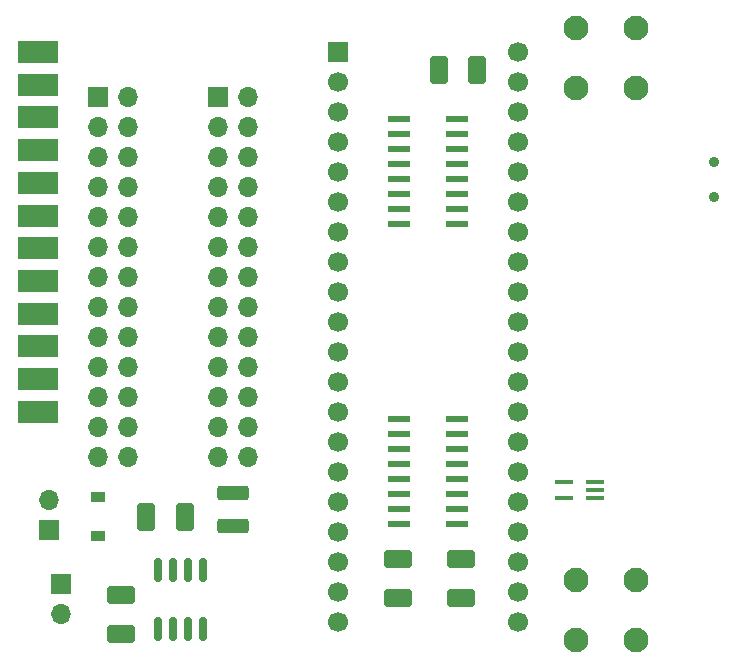
<source format=gbs>
%TF.GenerationSoftware,KiCad,Pcbnew,(6.0.4-0)*%
%TF.CreationDate,2022-11-20T14:03:23-07:00*%
%TF.ProjectId,bluescsi_iigs_internal,626c7565-7363-4736-995f-696967735f69,rev?*%
%TF.SameCoordinates,Original*%
%TF.FileFunction,Soldermask,Bot*%
%TF.FilePolarity,Negative*%
%FSLAX46Y46*%
G04 Gerber Fmt 4.6, Leading zero omitted, Abs format (unit mm)*
G04 Created by KiCad (PCBNEW (6.0.4-0)) date 2022-11-20 14:03:23*
%MOMM*%
%LPD*%
G01*
G04 APERTURE LIST*
G04 Aperture macros list*
%AMRoundRect*
0 Rectangle with rounded corners*
0 $1 Rounding radius*
0 $2 $3 $4 $5 $6 $7 $8 $9 X,Y pos of 4 corners*
0 Add a 4 corners polygon primitive as box body*
4,1,4,$2,$3,$4,$5,$6,$7,$8,$9,$2,$3,0*
0 Add four circle primitives for the rounded corners*
1,1,$1+$1,$2,$3*
1,1,$1+$1,$4,$5*
1,1,$1+$1,$6,$7*
1,1,$1+$1,$8,$9*
0 Add four rect primitives between the rounded corners*
20,1,$1+$1,$2,$3,$4,$5,0*
20,1,$1+$1,$4,$5,$6,$7,0*
20,1,$1+$1,$6,$7,$8,$9,0*
20,1,$1+$1,$8,$9,$2,$3,0*%
G04 Aperture macros list end*
%ADD10RoundRect,0.150000X0.150000X-0.825000X0.150000X0.825000X-0.150000X0.825000X-0.150000X-0.825000X0*%
%ADD11R,1.200000X0.900000*%
%ADD12RoundRect,0.250001X-0.924999X0.499999X-0.924999X-0.499999X0.924999X-0.499999X0.924999X0.499999X0*%
%ADD13R,1.700000X1.700000*%
%ADD14C,1.700000*%
%ADD15C,0.900000*%
%ADD16O,1.700000X1.700000*%
%ADD17C,2.100000*%
%ADD18R,3.480000X1.846667*%
%ADD19RoundRect,0.250000X-0.500000X-0.925000X0.500000X-0.925000X0.500000X0.925000X-0.500000X0.925000X0*%
%ADD20R,1.970000X0.600000*%
%ADD21RoundRect,0.250000X-0.925000X0.500000X-0.925000X-0.500000X0.925000X-0.500000X0.925000X0.500000X0*%
%ADD22RoundRect,0.250000X1.075000X-0.375000X1.075000X0.375000X-1.075000X0.375000X-1.075000X-0.375000X0*%
%ADD23R,1.500000X0.400000*%
G04 APERTURE END LIST*
D10*
%TO.C,U4*%
X140970000Y-99630000D03*
X139700000Y-99630000D03*
X138430000Y-99630000D03*
X137160000Y-99630000D03*
X137160000Y-94680000D03*
X138430000Y-94680000D03*
X139700000Y-94680000D03*
X140970000Y-94680000D03*
%TD*%
D11*
%TO.C,D3*%
X132080000Y-91820000D03*
X132080000Y-88520000D03*
%TD*%
D12*
%TO.C,C5*%
X133985000Y-96800000D03*
X133985000Y-100050000D03*
%TD*%
D13*
%TO.C,U1*%
X152400000Y-50800000D03*
D14*
X152400000Y-53340000D03*
X152400000Y-55880000D03*
X152400000Y-58420000D03*
X152400000Y-60960000D03*
X152400000Y-63500000D03*
X152400000Y-66040000D03*
X152400000Y-68580000D03*
X152400000Y-71120000D03*
X152400000Y-73660000D03*
X152400000Y-76200000D03*
X152400000Y-78740000D03*
X152400000Y-81280000D03*
X152400000Y-83820000D03*
X152400000Y-86360000D03*
X152400000Y-88900000D03*
X152400000Y-91440000D03*
X152400000Y-93980000D03*
X152400000Y-96520000D03*
X152400000Y-99060000D03*
X167640000Y-99060000D03*
X167640000Y-96520000D03*
X167640000Y-93980000D03*
X167640000Y-91440000D03*
X167640000Y-88900000D03*
X167640000Y-86360000D03*
X167640000Y-83820000D03*
X167640000Y-81280000D03*
X167640000Y-78740000D03*
X167640000Y-76200000D03*
X167640000Y-73660000D03*
X167640000Y-71120000D03*
X167640000Y-68580000D03*
X167640000Y-66040000D03*
X167640000Y-63500000D03*
X167640000Y-60960000D03*
X167640000Y-58420000D03*
X167640000Y-55880000D03*
X167640000Y-53340000D03*
X167640000Y-50800000D03*
%TD*%
D15*
%TO.C,SW1*%
X184226000Y-60095000D03*
X184226000Y-63095000D03*
%TD*%
D13*
%TO.C,J1*%
X132080000Y-54610000D03*
D16*
X134620000Y-54610000D03*
X132080000Y-57150000D03*
X134620000Y-57150000D03*
X132080000Y-59690000D03*
X134620000Y-59690000D03*
X132080000Y-62230000D03*
X134620000Y-62230000D03*
X132080000Y-64770000D03*
X134620000Y-64770000D03*
X132080000Y-67310000D03*
X134620000Y-67310000D03*
X132080000Y-69850000D03*
X134620000Y-69850000D03*
X132080000Y-72390000D03*
X134620000Y-72390000D03*
X132080000Y-74930000D03*
X134620000Y-74930000D03*
X132080000Y-77470000D03*
X134620000Y-77470000D03*
X132080000Y-80010000D03*
X134620000Y-80010000D03*
X132080000Y-82550000D03*
X134620000Y-82550000D03*
X132080000Y-85090000D03*
X134620000Y-85090000D03*
%TD*%
D13*
%TO.C,J2*%
X142240000Y-54610000D03*
D16*
X144780000Y-54610000D03*
X142240000Y-57150000D03*
X144780000Y-57150000D03*
X142240000Y-59690000D03*
X144780000Y-59690000D03*
X142240000Y-62230000D03*
X144780000Y-62230000D03*
X142240000Y-64770000D03*
X144780000Y-64770000D03*
X142240000Y-67310000D03*
X144780000Y-67310000D03*
X142240000Y-69850000D03*
X144780000Y-69850000D03*
X142240000Y-72390000D03*
X144780000Y-72390000D03*
X142240000Y-74930000D03*
X144780000Y-74930000D03*
X142240000Y-77470000D03*
X144780000Y-77470000D03*
X142240000Y-80010000D03*
X144780000Y-80010000D03*
X142240000Y-82550000D03*
X144780000Y-82550000D03*
X142240000Y-85090000D03*
X144780000Y-85090000D03*
%TD*%
D13*
%TO.C,J4*%
X128905000Y-95885000D03*
D16*
X128905000Y-98425000D03*
%TD*%
D13*
%TO.C,J5*%
X127889000Y-91313000D03*
D16*
X127889000Y-88773000D03*
%TD*%
D17*
%TO.C,M1*%
X177591000Y-95481000D03*
X177591000Y-100561000D03*
X172511000Y-95481000D03*
X172511000Y-100561000D03*
%TD*%
%TO.C,M2*%
X177591000Y-48791000D03*
X172511000Y-48791000D03*
X177591000Y-53871000D03*
X172511000Y-53871000D03*
%TD*%
D18*
%TO.C,J6*%
X127000000Y-50805000D03*
X127000000Y-53575000D03*
X127000000Y-56345000D03*
X127000000Y-59115000D03*
X127000000Y-61885000D03*
X127000000Y-64655000D03*
X127000000Y-67425000D03*
X127000000Y-70195000D03*
X127000000Y-72965000D03*
X127000000Y-75735000D03*
X127000000Y-78505000D03*
X127000000Y-81275000D03*
%TD*%
D19*
%TO.C,C1*%
X160935000Y-52324000D03*
X164185000Y-52324000D03*
%TD*%
D20*
%TO.C,U3*%
X162495000Y-81915000D03*
X162495000Y-83185000D03*
X162495000Y-84455000D03*
X162495000Y-85725000D03*
X162495000Y-86995000D03*
X162495000Y-88265000D03*
X162495000Y-89535000D03*
X162495000Y-90805000D03*
X157545000Y-90805000D03*
X157545000Y-89535000D03*
X157545000Y-88265000D03*
X157545000Y-86995000D03*
X157545000Y-85725000D03*
X157545000Y-84455000D03*
X157545000Y-83185000D03*
X157545000Y-81915000D03*
%TD*%
D21*
%TO.C,C3*%
X157480000Y-93752000D03*
X157480000Y-97002000D03*
%TD*%
%TO.C,C2*%
X162814000Y-93752000D03*
X162814000Y-97002000D03*
%TD*%
D20*
%TO.C,U2*%
X162495000Y-56515000D03*
X162495000Y-57785000D03*
X162495000Y-59055000D03*
X162495000Y-60325000D03*
X162495000Y-61595000D03*
X162495000Y-62865000D03*
X162495000Y-64135000D03*
X162495000Y-65405000D03*
X157545000Y-65405000D03*
X157545000Y-64135000D03*
X157545000Y-62865000D03*
X157545000Y-61595000D03*
X157545000Y-60325000D03*
X157545000Y-59055000D03*
X157545000Y-57785000D03*
X157545000Y-56515000D03*
%TD*%
D22*
%TO.C,F1*%
X143510000Y-90935000D03*
X143510000Y-88135000D03*
%TD*%
D23*
%TO.C,U5*%
X174177000Y-87234000D03*
X174177000Y-87884000D03*
X174177000Y-88534000D03*
X171517000Y-88534000D03*
X171517000Y-87234000D03*
%TD*%
D19*
%TO.C,C4*%
X136170000Y-90170000D03*
X139420000Y-90170000D03*
%TD*%
M02*

</source>
